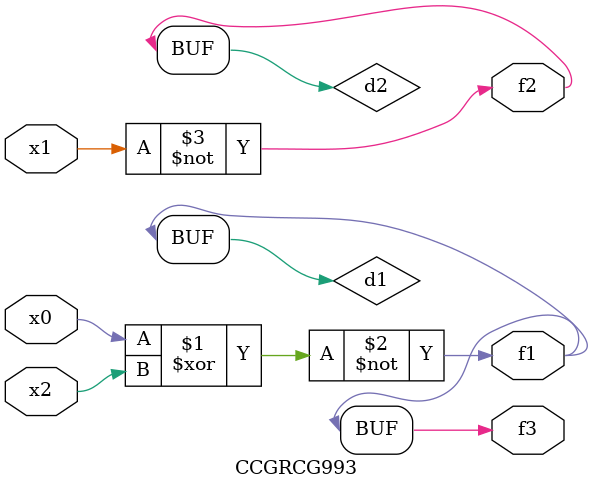
<source format=v>
module CCGRCG993(
	input x0, x1, x2,
	output f1, f2, f3
);

	wire d1, d2, d3;

	xnor (d1, x0, x2);
	nand (d2, x1);
	nor (d3, x1, x2);
	assign f1 = d1;
	assign f2 = d2;
	assign f3 = d1;
endmodule

</source>
